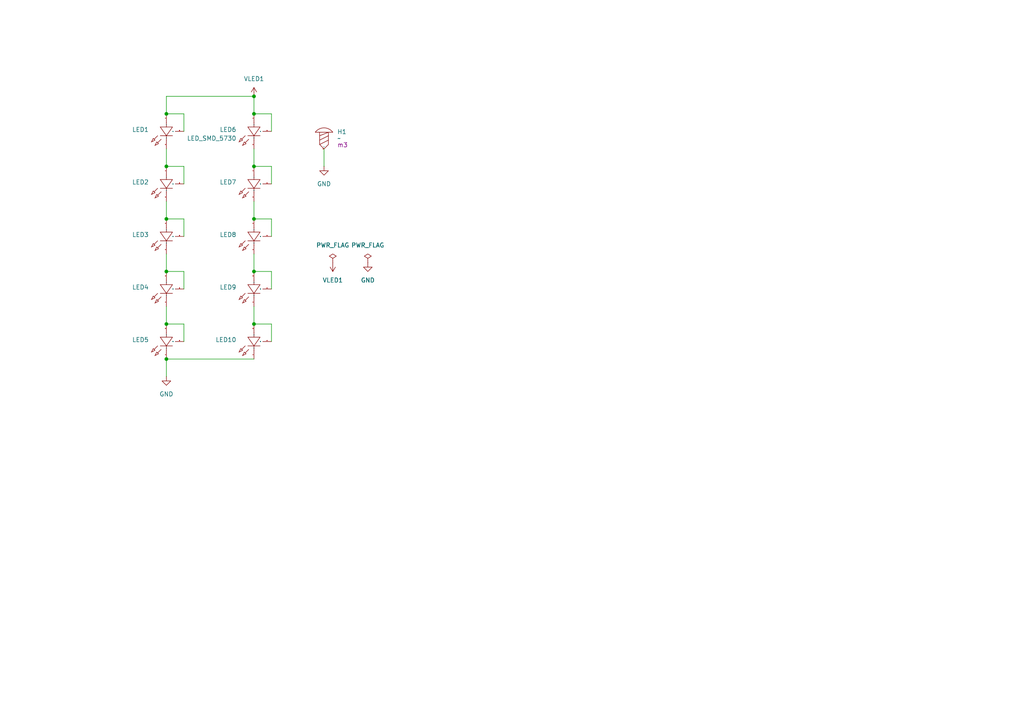
<source format=kicad_sch>
(kicad_sch
	(version 20231120)
	(generator "eeschema")
	(generator_version "8.0")
	(uuid "0f501cdf-739c-4a82-90c0-986d93085286")
	(paper "A4")
	(lib_symbols
		(symbol "jlc_library:GND"
			(power)
			(pin_numbers hide)
			(pin_names
				(offset 0) hide)
			(exclude_from_sim no)
			(in_bom yes)
			(on_board yes)
			(property "Reference" "#PWR"
				(at 0 -6.35 0)
				(effects
					(font
						(size 1.27 1.27)
					)
					(hide yes)
				)
			)
			(property "Value" "GND"
				(at 0 -3.81 0)
				(effects
					(font
						(size 1.27 1.27)
					)
				)
			)
			(property "Footprint" ""
				(at 0 0 0)
				(effects
					(font
						(size 1.27 1.27)
					)
					(hide yes)
				)
			)
			(property "Datasheet" ""
				(at 0 0 0)
				(effects
					(font
						(size 1.27 1.27)
					)
					(hide yes)
				)
			)
			(property "Description" "Power symbol creates a global label with name \"GND\" , ground"
				(at 0 0 0)
				(effects
					(font
						(size 1.27 1.27)
					)
					(hide yes)
				)
			)
			(property "ki_keywords" "global power"
				(at 0 0 0)
				(effects
					(font
						(size 1.27 1.27)
					)
					(hide yes)
				)
			)
			(symbol "GND_0_1"
				(polyline
					(pts
						(xy 0 0) (xy 0 -1.27) (xy 1.27 -1.27) (xy 0 -2.54) (xy -1.27 -1.27) (xy 0 -1.27)
					)
					(stroke
						(width 0)
						(type default)
					)
					(fill
						(type none)
					)
				)
			)
			(symbol "GND_1_1"
				(pin power_in line
					(at 0 0 270)
					(length 0)
					(name "~"
						(effects
							(font
								(size 1.27 1.27)
							)
						)
					)
					(number "1"
						(effects
							(font
								(size 1.27 1.27)
							)
						)
					)
				)
			)
		)
		(symbol "jlc_library:LED_SMD_5730"
			(exclude_from_sim no)
			(in_bom yes)
			(on_board yes)
			(property "Reference" "LED"
				(at -7.62 0 90)
				(effects
					(font
						(size 1.27 1.27)
					)
				)
			)
			(property "Value" "LED_SMD_5730"
				(at -10.16 0 90)
				(effects
					(font
						(size 1.27 1.27)
					)
				)
			)
			(property "Footprint" "jlc_library:LED-SMD_3P-L5.7-W3.0-RD"
				(at 0 0 0)
				(effects
					(font
						(size 1.27 1.27)
					)
					(hide yes)
				)
			)
			(property "Datasheet" "https://atta.szlcsc.com/upload/public/pdf/source/20221102/923594B63BD34E8AE3604B617778FCC6.pdf"
				(at 0 0 0)
				(effects
					(font
						(size 1.27 1.27)
					)
					(hide yes)
				)
			)
			(property "Description" "发光颜色:白色;功率:500mW;正向电流:150mA;透镜颜色:黄色透镜;色温:3000K~3200K;发光角度:120°;载带方式:正贴;工作温度:-30°C~+80°C;"
				(at 0 0 0)
				(effects
					(font
						(size 1.27 1.27)
					)
					(hide yes)
				)
			)
			(property "Manufacturer Part" "XL-5730WWC-05"
				(at 0 0 90)
				(effects
					(font
						(size 1.27 1.27)
					)
					(hide yes)
				)
			)
			(property "Manufacturer" "XINGLIGHT(成兴光)"
				(at 0 0 90)
				(effects
					(font
						(size 1.27 1.27)
					)
					(hide yes)
				)
			)
			(property "Supplier Part" "C2843886"
				(at 0 0 90)
				(effects
					(font
						(size 1.27 1.27)
					)
					(hide yes)
				)
			)
			(property "Supplier" "LCSC"
				(at 0 0 90)
				(effects
					(font
						(size 1.27 1.27)
					)
					(hide yes)
				)
			)
			(property "LCSC Part Name" "XL-5730WWC-05"
				(at 0 0 90)
				(effects
					(font
						(size 1.27 1.27)
					)
					(hide yes)
				)
			)
			(symbol "LED_SMD_5730_1_0"
				(polyline
					(pts
						(xy -2.54 -1.27) (xy -3.556 -2.286)
					)
					(stroke
						(width 0)
						(type default)
					)
					(fill
						(type none)
					)
				)
				(polyline
					(pts
						(xy -1.778 -1.27) (xy 1.778 -1.27)
					)
					(stroke
						(width 0)
						(type default)
					)
					(fill
						(type none)
					)
				)
				(polyline
					(pts
						(xy -1.524 -2.286) (xy -2.54 -3.302)
					)
					(stroke
						(width 0)
						(type default)
					)
					(fill
						(type none)
					)
				)
				(polyline
					(pts
						(xy 0 -1.27) (xy 0 -2.54)
					)
					(stroke
						(width 0)
						(type default)
					)
					(fill
						(type none)
					)
				)
				(polyline
					(pts
						(xy 0 2.54) (xy 0 1.27)
					)
					(stroke
						(width 0)
						(type default)
					)
					(fill
						(type none)
					)
				)
				(polyline
					(pts
						(xy -4.318 -3.048) (xy -3.81 -2.032) (xy -3.81 -2.032) (xy -3.302 -2.54) (xy -3.302 -2.54) (xy -4.318 -3.048)
					)
					(stroke
						(width 0)
						(type default)
					)
					(fill
						(type none)
					)
				)
				(polyline
					(pts
						(xy -3.302 -4.064) (xy -2.794 -3.048) (xy -2.794 -3.048) (xy -2.286 -3.556) (xy -2.286 -3.556)
						(xy -3.302 -4.064)
					)
					(stroke
						(width 0)
						(type default)
					)
					(fill
						(type none)
					)
				)
				(polyline
					(pts
						(xy -1.778 1.27) (xy 0 -1.27) (xy 0 -1.27) (xy 1.778 1.27) (xy 1.778 1.27) (xy -1.778 1.27)
					)
					(stroke
						(width 0)
						(type default)
					)
					(fill
						(type none)
					)
				)
				(pin passive line
					(at 0 -5.08 90)
					(length 2.54)
					(name "K"
						(effects
							(font
								(size 0.0254 0.0254)
							)
						)
					)
					(number "1"
						(effects
							(font
								(size 0.0254 0.0254)
							)
						)
					)
				)
				(pin passive line
					(at 0 5.08 270)
					(length 2.54)
					(name "A"
						(effects
							(font
								(size 0.0254 0.0254)
							)
						)
					)
					(number "2"
						(effects
							(font
								(size 0.0254 0.0254)
							)
						)
					)
				)
				(pin passive line
					(at 5.08 0 180)
					(length 2.54)
					(name "NC"
						(effects
							(font
								(size 0.0254 0.0254)
							)
						)
					)
					(number "3"
						(effects
							(font
								(size 0.0254 0.0254)
							)
						)
					)
				)
			)
		)
		(symbol "jlc_library:M3"
			(exclude_from_sim no)
			(in_bom yes)
			(on_board yes)
			(property "Reference" "H"
				(at 0 0 0)
				(effects
					(font
						(size 1.27 1.27)
					)
				)
			)
			(property "Value" ""
				(at 0 0 0)
				(effects
					(font
						(size 1.27 1.27)
					)
				)
			)
			(property "Footprint" "jlc_library:M3"
				(at 0 0 0)
				(effects
					(font
						(size 1.27 1.27)
					)
					(hide yes)
				)
			)
			(property "Datasheet" ""
				(at 0 0 0)
				(effects
					(font
						(size 1.27 1.27)
					)
					(hide yes)
				)
			)
			(property "Description" "M3螺丝孔"
				(at 0 0 0)
				(effects
					(font
						(size 1.27 1.27)
					)
					(hide yes)
				)
			)
			(property "孔径" "m3"
				(at 0 0 0)
				(effects
					(font
						(size 1.27 1.27)
					)
				)
			)
			(symbol "M3_1_0"
				(polyline
					(pts
						(xy 1.27 2.54) (xy -1.27 1.27)
					)
					(stroke
						(width 0)
						(type default)
					)
					(fill
						(type none)
					)
				)
				(polyline
					(pts
						(xy 1.27 3.81) (xy -1.27 2.54)
					)
					(stroke
						(width 0)
						(type default)
					)
					(fill
						(type none)
					)
				)
				(polyline
					(pts
						(xy 1.27 4.826) (xy -1.27 3.81)
					)
					(stroke
						(width 0)
						(type default)
					)
					(fill
						(type none)
					)
				)
				(polyline
					(pts
						(xy 2.54 4.826) (xy -2.54 4.826)
					)
					(stroke
						(width 0)
						(type default)
					)
					(fill
						(type none)
					)
				)
				(polyline
					(pts
						(xy 1.27 4.826) (xy 1.27 1.27) (xy 0 0) (xy -1.27 1.27) (xy -1.27 4.826)
					)
					(stroke
						(width 0)
						(type default)
					)
					(fill
						(type none)
					)
				)
				(arc
					(start 2.54 4.826)
					(mid 0 6.096)
					(end -2.54 4.826)
					(stroke
						(width 0)
						(type default)
					)
					(fill
						(type none)
					)
				)
				(pin passive line
					(at 0 0 90)
					(length 0)
					(name "1"
						(effects
							(font
								(size 0.0254 0.0254)
							)
						)
					)
					(number "1"
						(effects
							(font
								(size 0.0254 0.0254)
							)
						)
					)
				)
			)
		)
		(symbol "jlc_library:PWR_FLAG"
			(power)
			(pin_numbers hide)
			(pin_names
				(offset 0) hide)
			(exclude_from_sim no)
			(in_bom yes)
			(on_board yes)
			(property "Reference" "#FLG"
				(at 0 1.905 0)
				(effects
					(font
						(size 1.27 1.27)
					)
					(hide yes)
				)
			)
			(property "Value" "PWR_FLAG"
				(at 0 5.08 0)
				(effects
					(font
						(size 1.27 1.27)
					)
				)
			)
			(property "Footprint" ""
				(at 0 0 0)
				(effects
					(font
						(size 1.27 1.27)
					)
					(hide yes)
				)
			)
			(property "Datasheet" "~"
				(at 0 0 0)
				(effects
					(font
						(size 1.27 1.27)
					)
					(hide yes)
				)
			)
			(property "Description" "Special symbol for telling ERC where power comes from"
				(at 0 0 0)
				(effects
					(font
						(size 1.27 1.27)
					)
					(hide yes)
				)
			)
			(property "ki_keywords" "flag power"
				(at 0 0 0)
				(effects
					(font
						(size 1.27 1.27)
					)
					(hide yes)
				)
			)
			(symbol "PWR_FLAG_0_0"
				(pin power_out line
					(at 0 0 90)
					(length 0)
					(name "~"
						(effects
							(font
								(size 1.27 1.27)
							)
						)
					)
					(number "1"
						(effects
							(font
								(size 1.27 1.27)
							)
						)
					)
				)
			)
			(symbol "PWR_FLAG_0_1"
				(polyline
					(pts
						(xy 0 0) (xy 0 1.27) (xy -1.016 1.905) (xy 0 2.54) (xy 1.016 1.905) (xy 0 1.27)
					)
					(stroke
						(width 0)
						(type default)
					)
					(fill
						(type none)
					)
				)
			)
		)
		(symbol "jlc_library:VCC"
			(power)
			(pin_numbers hide)
			(pin_names
				(offset 0) hide)
			(exclude_from_sim no)
			(in_bom yes)
			(on_board yes)
			(property "Reference" "#PWR"
				(at 0 -3.81 0)
				(effects
					(font
						(size 1.27 1.27)
					)
					(hide yes)
				)
			)
			(property "Value" "VCC"
				(at 0 3.556 0)
				(effects
					(font
						(size 1.27 1.27)
					)
				)
			)
			(property "Footprint" ""
				(at 0 0 0)
				(effects
					(font
						(size 1.27 1.27)
					)
					(hide yes)
				)
			)
			(property "Datasheet" ""
				(at 0 0 0)
				(effects
					(font
						(size 1.27 1.27)
					)
					(hide yes)
				)
			)
			(property "Description" "Power symbol creates a global label with name \"+3.3V\""
				(at 0 0 0)
				(effects
					(font
						(size 1.27 1.27)
					)
					(hide yes)
				)
			)
			(property "ki_keywords" "global power"
				(at 0 0 0)
				(effects
					(font
						(size 1.27 1.27)
					)
					(hide yes)
				)
			)
			(symbol "VCC_0_1"
				(polyline
					(pts
						(xy -0.762 1.27) (xy 0 2.54)
					)
					(stroke
						(width 0)
						(type default)
					)
					(fill
						(type none)
					)
				)
				(polyline
					(pts
						(xy 0 0) (xy 0 2.54)
					)
					(stroke
						(width 0)
						(type default)
					)
					(fill
						(type none)
					)
				)
				(polyline
					(pts
						(xy 0 2.54) (xy 0.762 1.27)
					)
					(stroke
						(width 0)
						(type default)
					)
					(fill
						(type none)
					)
				)
			)
			(symbol "VCC_1_1"
				(pin power_in line
					(at 0 0 90)
					(length 0)
					(name "~"
						(effects
							(font
								(size 1.27 1.27)
							)
						)
					)
					(number "1"
						(effects
							(font
								(size 1.27 1.27)
							)
						)
					)
				)
			)
		)
	)
	(junction
		(at 48.26 48.26)
		(diameter 0)
		(color 0 0 0 0)
		(uuid "02e3659f-7221-4763-8dec-f8f2d834df29")
	)
	(junction
		(at 73.66 27.94)
		(diameter 0)
		(color 0 0 0 0)
		(uuid "18620902-be96-4a51-a98d-b2ac7f475415")
	)
	(junction
		(at 48.26 104.14)
		(diameter 0)
		(color 0 0 0 0)
		(uuid "3671e749-ba48-4420-aa71-83fbfd636553")
	)
	(junction
		(at 73.66 63.5)
		(diameter 0)
		(color 0 0 0 0)
		(uuid "71378b71-6624-49a8-aa40-1b095aab2570")
	)
	(junction
		(at 48.26 63.5)
		(diameter 0)
		(color 0 0 0 0)
		(uuid "786e3fec-726f-418e-bd46-2aeb6d35657c")
	)
	(junction
		(at 73.66 78.74)
		(diameter 0)
		(color 0 0 0 0)
		(uuid "8605a379-a6b1-47fd-9f0e-c84b4e3429b5")
	)
	(junction
		(at 73.66 93.98)
		(diameter 0)
		(color 0 0 0 0)
		(uuid "8a59c0f5-8a60-4569-b860-08820eab0d3f")
	)
	(junction
		(at 73.66 48.26)
		(diameter 0)
		(color 0 0 0 0)
		(uuid "94f0e632-186b-4e1c-af6a-fa9cdac2b00f")
	)
	(junction
		(at 48.26 78.74)
		(diameter 0)
		(color 0 0 0 0)
		(uuid "ac27046f-9d46-4ccd-8c74-94a5fcacf1a9")
	)
	(junction
		(at 73.66 33.02)
		(diameter 0)
		(color 0 0 0 0)
		(uuid "ad7c72a7-d209-4df4-87a9-3b2a20bb635a")
	)
	(junction
		(at 48.26 33.02)
		(diameter 0)
		(color 0 0 0 0)
		(uuid "dc7b02c8-9db6-4243-a504-bcfbc497a0ff")
	)
	(junction
		(at 48.26 93.98)
		(diameter 0)
		(color 0 0 0 0)
		(uuid "f0b86ecf-508e-40cb-8fad-124d034aaa1c")
	)
	(wire
		(pts
			(xy 73.66 104.14) (xy 48.26 104.14)
		)
		(stroke
			(width 0)
			(type default)
		)
		(uuid "0ff3226b-64c6-477c-9225-176799b97d2b")
	)
	(wire
		(pts
			(xy 48.26 88.9) (xy 48.26 93.98)
		)
		(stroke
			(width 0)
			(type default)
		)
		(uuid "118fa0c0-92bb-4af9-9f05-b88448f6f805")
	)
	(wire
		(pts
			(xy 73.66 27.94) (xy 48.26 27.94)
		)
		(stroke
			(width 0)
			(type default)
		)
		(uuid "1359b85c-ebc7-40e7-b656-653081efad65")
	)
	(wire
		(pts
			(xy 73.66 88.9) (xy 73.66 93.98)
		)
		(stroke
			(width 0)
			(type default)
		)
		(uuid "1fdcda64-39d5-403c-b2af-54786d49e294")
	)
	(wire
		(pts
			(xy 53.34 53.34) (xy 53.34 48.26)
		)
		(stroke
			(width 0)
			(type default)
		)
		(uuid "2a1233cc-83c6-4965-b83b-9e14a385e7c5")
	)
	(wire
		(pts
			(xy 78.74 93.98) (xy 73.66 93.98)
		)
		(stroke
			(width 0)
			(type default)
		)
		(uuid "2b6573ec-4a8f-413d-86a1-2ce704921944")
	)
	(wire
		(pts
			(xy 78.74 68.58) (xy 78.74 63.5)
		)
		(stroke
			(width 0)
			(type default)
		)
		(uuid "37353587-977d-4d92-8874-ce7cf0ea31fa")
	)
	(wire
		(pts
			(xy 53.34 68.58) (xy 53.34 63.5)
		)
		(stroke
			(width 0)
			(type default)
		)
		(uuid "394bac6c-b9e7-44b4-a986-677e47a79108")
	)
	(wire
		(pts
			(xy 73.66 43.18) (xy 73.66 48.26)
		)
		(stroke
			(width 0)
			(type default)
		)
		(uuid "3e0c5c03-4b69-4e82-a385-c4681c78948a")
	)
	(wire
		(pts
			(xy 53.34 83.82) (xy 53.34 78.74)
		)
		(stroke
			(width 0)
			(type default)
		)
		(uuid "4f6353f7-3c6b-4250-b0e7-bf24f362a475")
	)
	(wire
		(pts
			(xy 78.74 33.02) (xy 73.66 33.02)
		)
		(stroke
			(width 0)
			(type default)
		)
		(uuid "5c2c647c-5b2b-46ce-8756-efc7fcd27579")
	)
	(wire
		(pts
			(xy 78.74 63.5) (xy 73.66 63.5)
		)
		(stroke
			(width 0)
			(type default)
		)
		(uuid "7a1dd9de-da91-41f3-b4df-34a2948bd095")
	)
	(wire
		(pts
			(xy 78.74 83.82) (xy 78.74 78.74)
		)
		(stroke
			(width 0)
			(type default)
		)
		(uuid "8116f64d-32f0-4c82-b2ba-79d8eb8c1619")
	)
	(wire
		(pts
			(xy 78.74 99.06) (xy 78.74 93.98)
		)
		(stroke
			(width 0)
			(type default)
		)
		(uuid "83b01e9e-8e8c-466c-b4ae-1cc3d5079fc6")
	)
	(wire
		(pts
			(xy 53.34 78.74) (xy 48.26 78.74)
		)
		(stroke
			(width 0)
			(type default)
		)
		(uuid "8554bb92-772f-41b3-b499-ada2a588d143")
	)
	(wire
		(pts
			(xy 78.74 38.1) (xy 78.74 33.02)
		)
		(stroke
			(width 0)
			(type default)
		)
		(uuid "8bd8dec9-de7f-4ec0-a21e-08e41677e6b2")
	)
	(wire
		(pts
			(xy 73.66 58.42) (xy 73.66 63.5)
		)
		(stroke
			(width 0)
			(type default)
		)
		(uuid "8fc141fa-35bf-4e98-911a-74cc3a878b13")
	)
	(wire
		(pts
			(xy 73.66 27.94) (xy 73.66 33.02)
		)
		(stroke
			(width 0)
			(type default)
		)
		(uuid "931ff6b7-25c3-4c61-8159-51a865c5ed0d")
	)
	(wire
		(pts
			(xy 53.34 99.06) (xy 53.34 93.98)
		)
		(stroke
			(width 0)
			(type default)
		)
		(uuid "96d74897-be55-417b-9dec-f3cc3cb166d5")
	)
	(wire
		(pts
			(xy 73.66 73.66) (xy 73.66 78.74)
		)
		(stroke
			(width 0)
			(type default)
		)
		(uuid "9bde7af0-535e-4956-bef1-2bfaddec362e")
	)
	(wire
		(pts
			(xy 78.74 78.74) (xy 73.66 78.74)
		)
		(stroke
			(width 0)
			(type default)
		)
		(uuid "9d1bc178-b150-4b69-b9be-eaf3c8233e9a")
	)
	(wire
		(pts
			(xy 53.34 48.26) (xy 48.26 48.26)
		)
		(stroke
			(width 0)
			(type default)
		)
		(uuid "ae35de00-74d0-452e-a94d-1f85c2dcef9e")
	)
	(wire
		(pts
			(xy 53.34 93.98) (xy 48.26 93.98)
		)
		(stroke
			(width 0)
			(type default)
		)
		(uuid "b5737e21-49b2-4540-8307-fa7f88fb0ee8")
	)
	(wire
		(pts
			(xy 48.26 27.94) (xy 48.26 33.02)
		)
		(stroke
			(width 0)
			(type default)
		)
		(uuid "c063be92-5350-45be-ae09-d89979512f6e")
	)
	(wire
		(pts
			(xy 78.74 48.26) (xy 73.66 48.26)
		)
		(stroke
			(width 0)
			(type default)
		)
		(uuid "cd833b47-9b4d-470d-acea-45fb12e44da1")
	)
	(wire
		(pts
			(xy 78.74 53.34) (xy 78.74 48.26)
		)
		(stroke
			(width 0)
			(type default)
		)
		(uuid "d066552a-4be0-4ea0-bdac-0e856d6b6983")
	)
	(wire
		(pts
			(xy 53.34 63.5) (xy 48.26 63.5)
		)
		(stroke
			(width 0)
			(type default)
		)
		(uuid "d7b82fa0-e481-4d97-9d43-845d84981582")
	)
	(wire
		(pts
			(xy 53.34 38.1) (xy 53.34 33.02)
		)
		(stroke
			(width 0)
			(type default)
		)
		(uuid "d9362637-469f-4e3b-895c-f95ab2ff0dbb")
	)
	(wire
		(pts
			(xy 93.98 43.18) (xy 93.98 48.26)
		)
		(stroke
			(width 0)
			(type default)
		)
		(uuid "dfab3606-7d92-4223-9680-36895fde8478")
	)
	(wire
		(pts
			(xy 48.26 43.18) (xy 48.26 48.26)
		)
		(stroke
			(width 0)
			(type default)
		)
		(uuid "dfc202cb-7b53-4ea2-9efe-25a6df521e87")
	)
	(wire
		(pts
			(xy 53.34 33.02) (xy 48.26 33.02)
		)
		(stroke
			(width 0)
			(type default)
		)
		(uuid "e861c7e3-b8c7-42a3-9df2-533ea7674f17")
	)
	(wire
		(pts
			(xy 48.26 104.14) (xy 48.26 109.22)
		)
		(stroke
			(width 0)
			(type default)
		)
		(uuid "f5461fa9-2c6d-484f-87cc-fb8316a02ca5")
	)
	(wire
		(pts
			(xy 48.26 73.66) (xy 48.26 78.74)
		)
		(stroke
			(width 0)
			(type default)
		)
		(uuid "f7a89e67-2bd2-4cba-b32e-1918c5e782d5")
	)
	(wire
		(pts
			(xy 48.26 58.42) (xy 48.26 63.5)
		)
		(stroke
			(width 0)
			(type default)
		)
		(uuid "fcf59a5c-d739-4fe4-8f0e-e42aec6a0a94")
	)
	(symbol
		(lib_id "jlc_library:LED_SMD_5730")
		(at 48.26 68.58 0)
		(unit 1)
		(exclude_from_sim no)
		(in_bom yes)
		(on_board yes)
		(dnp no)
		(fields_autoplaced yes)
		(uuid "0997e2c1-a572-45da-9e70-0ebe403b5e1d")
		(property "Reference" "LED3"
			(at 43.18 68.0719 0)
			(effects
				(font
					(size 1.27 1.27)
				)
				(justify right)
			)
		)
		(property "Value" "LED_SMD_5730"
			(at 43.18 70.6119 0)
			(effects
				(font
					(size 1.27 1.27)
				)
				(justify right)
				(hide yes)
			)
		)
		(property "Footprint" "jlc_library:LED-SMD_3P-L5.7-W3.0-RD"
			(at 48.26 68.58 0)
			(effects
				(font
					(size 1.27 1.27)
				)
				(hide yes)
			)
		)
		(property "Datasheet" "https://atta.szlcsc.com/upload/public/pdf/source/20221102/923594B63BD34E8AE3604B617778FCC6.pdf"
			(at 48.26 68.58 0)
			(effects
				(font
					(size 1.27 1.27)
				)
				(hide yes)
			)
		)
		(property "Description" "发光颜色:白色;功率:500mW;正向电流:150mA;透镜颜色:黄色透镜;色温:3000K~3200K;发光角度:120°;载带方式:正贴;工作温度:-30°C~+80°C;"
			(at 48.26 68.58 0)
			(effects
				(font
					(size 1.27 1.27)
				)
				(hide yes)
			)
		)
		(property "Manufacturer Part" "XL-5730WWC-05"
			(at 48.26 68.58 90)
			(effects
				(font
					(size 1.27 1.27)
				)
				(hide yes)
			)
		)
		(property "Manufacturer" "XINGLIGHT(成兴光)"
			(at 48.26 68.58 90)
			(effects
				(font
					(size 1.27 1.27)
				)
				(hide yes)
			)
		)
		(property "Supplier Part" "C2843886"
			(at 48.26 68.58 90)
			(effects
				(font
					(size 1.27 1.27)
				)
				(hide yes)
			)
		)
		(property "Supplier" "LCSC"
			(at 48.26 68.58 90)
			(effects
				(font
					(size 1.27 1.27)
				)
				(hide yes)
			)
		)
		(property "LCSC Part Name" "XL-5730WWC-05"
			(at 48.26 68.58 90)
			(effects
				(font
					(size 1.27 1.27)
				)
				(hide yes)
			)
		)
		(property "jlc_bom" ""
			(at 48.26 68.58 0)
			(effects
				(font
					(size 1.27 1.27)
				)
				(hide yes)
			)
		)
		(pin "1"
			(uuid "68a43eff-7d25-4d34-a221-131122ac12dc")
		)
		(pin "3"
			(uuid "22b469b5-69a8-4889-b10c-5ad3ad8c1482")
		)
		(pin "2"
			(uuid "8f671c47-e4c2-421f-94cc-e6219685d2d6")
		)
		(instances
			(project "LED_SMT_5730_5S2P_5W"
				(path "/0f501cdf-739c-4a82-90c0-986d93085286"
					(reference "LED3")
					(unit 1)
				)
			)
		)
	)
	(symbol
		(lib_id "jlc_library:PWR_FLAG")
		(at 96.52 76.2 0)
		(unit 1)
		(exclude_from_sim no)
		(in_bom yes)
		(on_board yes)
		(dnp no)
		(fields_autoplaced yes)
		(uuid "3b064393-fdcc-4683-8571-9c7cc22a793d")
		(property "Reference" "#FLG01"
			(at 96.52 74.295 0)
			(effects
				(font
					(size 1.27 1.27)
				)
				(hide yes)
			)
		)
		(property "Value" "PWR_FLAG"
			(at 96.52 71.12 0)
			(effects
				(font
					(size 1.27 1.27)
				)
			)
		)
		(property "Footprint" ""
			(at 96.52 76.2 0)
			(effects
				(font
					(size 1.27 1.27)
				)
				(hide yes)
			)
		)
		(property "Datasheet" "~"
			(at 96.52 76.2 0)
			(effects
				(font
					(size 1.27 1.27)
				)
				(hide yes)
			)
		)
		(property "Description" "Special symbol for telling ERC where power comes from"
			(at 96.52 76.2 0)
			(effects
				(font
					(size 1.27 1.27)
				)
				(hide yes)
			)
		)
		(pin "1"
			(uuid "f9cf89db-ea75-422f-b243-eaae61c726b8")
		)
		(instances
			(project ""
				(path "/0f501cdf-739c-4a82-90c0-986d93085286"
					(reference "#FLG01")
					(unit 1)
				)
			)
		)
	)
	(symbol
		(lib_id "jlc_library:M3")
		(at 93.98 43.18 0)
		(unit 1)
		(exclude_from_sim no)
		(in_bom yes)
		(on_board yes)
		(dnp no)
		(fields_autoplaced yes)
		(uuid "5030bfb4-9256-4820-b6b8-d947992df889")
		(property "Reference" "H1"
			(at 97.79 38.2269 0)
			(effects
				(font
					(size 1.27 1.27)
				)
				(justify left)
			)
		)
		(property "Value" "~"
			(at 97.79 40.132 0)
			(effects
				(font
					(size 1.27 1.27)
				)
				(justify left)
			)
		)
		(property "Footprint" "jlc_library:M3"
			(at 93.98 43.18 0)
			(effects
				(font
					(size 1.27 1.27)
				)
				(hide yes)
			)
		)
		(property "Datasheet" ""
			(at 93.98 43.18 0)
			(effects
				(font
					(size 1.27 1.27)
				)
				(hide yes)
			)
		)
		(property "Description" "M3螺丝孔"
			(at 93.98 43.18 0)
			(effects
				(font
					(size 1.27 1.27)
				)
				(hide yes)
			)
		)
		(property "孔径" "m3"
			(at 97.79 42.0369 0)
			(effects
				(font
					(size 1.27 1.27)
				)
				(justify left)
			)
		)
		(property "jlc_bom" ""
			(at 93.98 43.18 0)
			(effects
				(font
					(size 1.27 1.27)
				)
				(hide yes)
			)
		)
		(pin "1"
			(uuid "27a3d1a7-6a5f-4d97-876b-64a27285f891")
		)
		(instances
			(project ""
				(path "/0f501cdf-739c-4a82-90c0-986d93085286"
					(reference "H1")
					(unit 1)
				)
			)
		)
	)
	(symbol
		(lib_id "jlc_library:VCC")
		(at 73.66 27.94 0)
		(unit 1)
		(exclude_from_sim no)
		(in_bom yes)
		(on_board yes)
		(dnp no)
		(uuid "542be889-a4b5-4d3d-a61d-ddfba5dd1042")
		(property "Reference" "#PWR02"
			(at 73.66 31.75 0)
			(effects
				(font
					(size 1.27 1.27)
				)
				(hide yes)
			)
		)
		(property "Value" "VLED1"
			(at 73.66 22.86 0)
			(effects
				(font
					(size 1.27 1.27)
				)
			)
		)
		(property "Footprint" ""
			(at 73.66 27.94 0)
			(effects
				(font
					(size 1.27 1.27)
				)
				(hide yes)
			)
		)
		(property "Datasheet" ""
			(at 73.66 27.94 0)
			(effects
				(font
					(size 1.27 1.27)
				)
				(hide yes)
			)
		)
		(property "Description" "Power symbol creates a global label with name \"+3.3V\""
			(at 73.66 27.94 0)
			(effects
				(font
					(size 1.27 1.27)
				)
				(hide yes)
			)
		)
		(pin "1"
			(uuid "e73e4c74-8c5a-4e47-bb2f-cf5c8647c9ca")
		)
		(instances
			(project "LED_SMT_5730_10S_5W"
				(path "/0f501cdf-739c-4a82-90c0-986d93085286"
					(reference "#PWR02")
					(unit 1)
				)
			)
		)
	)
	(symbol
		(lib_id "jlc_library:PWR_FLAG")
		(at 106.68 76.2 0)
		(unit 1)
		(exclude_from_sim no)
		(in_bom yes)
		(on_board yes)
		(dnp no)
		(fields_autoplaced yes)
		(uuid "5438afb1-5512-47b9-9ee0-bfc919aee57d")
		(property "Reference" "#FLG02"
			(at 106.68 74.295 0)
			(effects
				(font
					(size 1.27 1.27)
				)
				(hide yes)
			)
		)
		(property "Value" "PWR_FLAG"
			(at 106.68 71.12 0)
			(effects
				(font
					(size 1.27 1.27)
				)
			)
		)
		(property "Footprint" ""
			(at 106.68 76.2 0)
			(effects
				(font
					(size 1.27 1.27)
				)
				(hide yes)
			)
		)
		(property "Datasheet" "~"
			(at 106.68 76.2 0)
			(effects
				(font
					(size 1.27 1.27)
				)
				(hide yes)
			)
		)
		(property "Description" "Special symbol for telling ERC where power comes from"
			(at 106.68 76.2 0)
			(effects
				(font
					(size 1.27 1.27)
				)
				(hide yes)
			)
		)
		(pin "1"
			(uuid "b461a10e-d810-47f6-9ae9-d5f94eb11e8d")
		)
		(instances
			(project "LED_SMT_5730_10S_5W"
				(path "/0f501cdf-739c-4a82-90c0-986d93085286"
					(reference "#FLG02")
					(unit 1)
				)
			)
		)
	)
	(symbol
		(lib_id "jlc_library:GND")
		(at 106.68 76.2 0)
		(unit 1)
		(exclude_from_sim no)
		(in_bom yes)
		(on_board yes)
		(dnp no)
		(fields_autoplaced yes)
		(uuid "5819ba9d-316d-4027-a6c7-d35d83fc35a9")
		(property "Reference" "#PWR04"
			(at 106.68 82.55 0)
			(effects
				(font
					(size 1.27 1.27)
				)
				(hide yes)
			)
		)
		(property "Value" "GND"
			(at 106.68 81.28 0)
			(effects
				(font
					(size 1.27 1.27)
				)
			)
		)
		(property "Footprint" ""
			(at 106.68 76.2 0)
			(effects
				(font
					(size 1.27 1.27)
				)
				(hide yes)
			)
		)
		(property "Datasheet" ""
			(at 106.68 76.2 0)
			(effects
				(font
					(size 1.27 1.27)
				)
				(hide yes)
			)
		)
		(property "Description" "Power symbol creates a global label with name \"GND\" , ground"
			(at 106.68 76.2 0)
			(effects
				(font
					(size 1.27 1.27)
				)
				(hide yes)
			)
		)
		(pin "1"
			(uuid "f9592b52-3b74-47ac-a415-8eab5ffabdf1")
		)
		(instances
			(project "LED_SMT_5730_10S_5W"
				(path "/0f501cdf-739c-4a82-90c0-986d93085286"
					(reference "#PWR04")
					(unit 1)
				)
			)
		)
	)
	(symbol
		(lib_id "jlc_library:LED_SMD_5730")
		(at 48.26 83.82 0)
		(unit 1)
		(exclude_from_sim no)
		(in_bom yes)
		(on_board yes)
		(dnp no)
		(fields_autoplaced yes)
		(uuid "63d45670-c1b4-48d1-8c06-0b50adbe62e6")
		(property "Reference" "LED4"
			(at 43.18 83.3119 0)
			(effects
				(font
					(size 1.27 1.27)
				)
				(justify right)
			)
		)
		(property "Value" "LED_SMD_5730"
			(at 43.18 85.8519 0)
			(effects
				(font
					(size 1.27 1.27)
				)
				(justify right)
				(hide yes)
			)
		)
		(property "Footprint" "jlc_library:LED-SMD_3P-L5.7-W3.0-RD"
			(at 48.26 83.82 0)
			(effects
				(font
					(size 1.27 1.27)
				)
				(hide yes)
			)
		)
		(property "Datasheet" "https://atta.szlcsc.com/upload/public/pdf/source/20221102/923594B63BD34E8AE3604B617778FCC6.pdf"
			(at 48.26 83.82 0)
			(effects
				(font
					(size 1.27 1.27)
				)
				(hide yes)
			)
		)
		(property "Description" "发光颜色:白色;功率:500mW;正向电流:150mA;透镜颜色:黄色透镜;色温:3000K~3200K;发光角度:120°;载带方式:正贴;工作温度:-30°C~+80°C;"
			(at 48.26 83.82 0)
			(effects
				(font
					(size 1.27 1.27)
				)
				(hide yes)
			)
		)
		(property "Manufacturer Part" "XL-5730WWC-05"
			(at 48.26 83.82 90)
			(effects
				(font
					(size 1.27 1.27)
				)
				(hide yes)
			)
		)
		(property "Manufacturer" "XINGLIGHT(成兴光)"
			(at 48.26 83.82 90)
			(effects
				(font
					(size 1.27 1.27)
				)
				(hide yes)
			)
		)
		(property "Supplier Part" "C2843886"
			(at 48.26 83.82 90)
			(effects
				(font
					(size 1.27 1.27)
				)
				(hide yes)
			)
		)
		(property "Supplier" "LCSC"
			(at 48.26 83.82 90)
			(effects
				(font
					(size 1.27 1.27)
				)
				(hide yes)
			)
		)
		(property "LCSC Part Name" "XL-5730WWC-05"
			(at 48.26 83.82 90)
			(effects
				(font
					(size 1.27 1.27)
				)
				(hide yes)
			)
		)
		(property "jlc_bom" ""
			(at 48.26 83.82 0)
			(effects
				(font
					(size 1.27 1.27)
				)
				(hide yes)
			)
		)
		(pin "1"
			(uuid "02ae3a18-008a-4f14-af8c-53a545eaf9b7")
		)
		(pin "3"
			(uuid "bd79bc29-9f45-45f8-afc3-d88ad5e6fcc4")
		)
		(pin "2"
			(uuid "ee23efc2-14b7-4127-9fd8-0fc18df22686")
		)
		(instances
			(project "LED_SMT_5730_5S2P_5W"
				(path "/0f501cdf-739c-4a82-90c0-986d93085286"
					(reference "LED4")
					(unit 1)
				)
			)
		)
	)
	(symbol
		(lib_id "jlc_library:LED_SMD_5730")
		(at 73.66 83.82 0)
		(unit 1)
		(exclude_from_sim no)
		(in_bom yes)
		(on_board yes)
		(dnp no)
		(fields_autoplaced yes)
		(uuid "667e846c-675c-4875-9cd4-4d610ace9062")
		(property "Reference" "LED9"
			(at 68.58 83.3119 0)
			(effects
				(font
					(size 1.27 1.27)
				)
				(justify right)
			)
		)
		(property "Value" "LED_SMD_5730"
			(at 68.58 85.8519 0)
			(effects
				(font
					(size 1.27 1.27)
				)
				(justify right)
				(hide yes)
			)
		)
		(property "Footprint" "jlc_library:LED-SMD_3P-L5.7-W3.0-RD"
			(at 73.66 83.82 0)
			(effects
				(font
					(size 1.27 1.27)
				)
				(hide yes)
			)
		)
		(property "Datasheet" "https://atta.szlcsc.com/upload/public/pdf/source/20221102/923594B63BD34E8AE3604B617778FCC6.pdf"
			(at 73.66 83.82 0)
			(effects
				(font
					(size 1.27 1.27)
				)
				(hide yes)
			)
		)
		(property "Description" "发光颜色:白色;功率:500mW;正向电流:150mA;透镜颜色:黄色透镜;色温:3000K~3200K;发光角度:120°;载带方式:正贴;工作温度:-30°C~+80°C;"
			(at 73.66 83.82 0)
			(effects
				(font
					(size 1.27 1.27)
				)
				(hide yes)
			)
		)
		(property "Manufacturer Part" "XL-5730WWC-05"
			(at 73.66 83.82 90)
			(effects
				(font
					(size 1.27 1.27)
				)
				(hide yes)
			)
		)
		(property "Manufacturer" "XINGLIGHT(成兴光)"
			(at 73.66 83.82 90)
			(effects
				(font
					(size 1.27 1.27)
				)
				(hide yes)
			)
		)
		(property "Supplier Part" "C2843886"
			(at 73.66 83.82 90)
			(effects
				(font
					(size 1.27 1.27)
				)
				(hide yes)
			)
		)
		(property "Supplier" "LCSC"
			(at 73.66 83.82 90)
			(effects
				(font
					(size 1.27 1.27)
				)
				(hide yes)
			)
		)
		(property "LCSC Part Name" "XL-5730WWC-05"
			(at 73.66 83.82 90)
			(effects
				(font
					(size 1.27 1.27)
				)
				(hide yes)
			)
		)
		(property "jlc_bom" ""
			(at 73.66 83.82 0)
			(effects
				(font
					(size 1.27 1.27)
				)
				(hide yes)
			)
		)
		(pin "1"
			(uuid "21f11e82-9d25-4612-a4aa-0bb9a7aeccbb")
		)
		(pin "3"
			(uuid "59092860-e543-44ce-8937-f8ecb9171e9a")
		)
		(pin "2"
			(uuid "0ef17d1a-8d2e-43a9-aae0-36f42d580e72")
		)
		(instances
			(project "LED_SMT_5730_15S2P_15W"
				(path "/0f501cdf-739c-4a82-90c0-986d93085286"
					(reference "LED9")
					(unit 1)
				)
			)
		)
	)
	(symbol
		(lib_id "jlc_library:VCC")
		(at 96.52 76.2 180)
		(unit 1)
		(exclude_from_sim no)
		(in_bom yes)
		(on_board yes)
		(dnp no)
		(uuid "690a962e-7b73-4d5f-815b-3bea67f96f45")
		(property "Reference" "#PWR05"
			(at 96.52 72.39 0)
			(effects
				(font
					(size 1.27 1.27)
				)
				(hide yes)
			)
		)
		(property "Value" "VLED1"
			(at 96.52 81.28 0)
			(effects
				(font
					(size 1.27 1.27)
				)
			)
		)
		(property "Footprint" ""
			(at 96.52 76.2 0)
			(effects
				(font
					(size 1.27 1.27)
				)
				(hide yes)
			)
		)
		(property "Datasheet" ""
			(at 96.52 76.2 0)
			(effects
				(font
					(size 1.27 1.27)
				)
				(hide yes)
			)
		)
		(property "Description" "Power symbol creates a global label with name \"+3.3V\""
			(at 96.52 76.2 0)
			(effects
				(font
					(size 1.27 1.27)
				)
				(hide yes)
			)
		)
		(pin "1"
			(uuid "4962af42-9c3f-4057-8ec5-ea347e00e8a4")
		)
		(instances
			(project "LED_SMT_5730_10S_5W"
				(path "/0f501cdf-739c-4a82-90c0-986d93085286"
					(reference "#PWR05")
					(unit 1)
				)
			)
		)
	)
	(symbol
		(lib_id "jlc_library:LED_SMD_5730")
		(at 73.66 38.1 0)
		(unit 1)
		(exclude_from_sim no)
		(in_bom yes)
		(on_board yes)
		(dnp no)
		(fields_autoplaced yes)
		(uuid "74fbad9c-5101-4a37-b598-9938d1ef4428")
		(property "Reference" "LED6"
			(at 68.58 37.5919 0)
			(effects
				(font
					(size 1.27 1.27)
				)
				(justify right)
			)
		)
		(property "Value" "LED_SMD_5730"
			(at 68.58 40.1319 0)
			(effects
				(font
					(size 1.27 1.27)
				)
				(justify right)
			)
		)
		(property "Footprint" "jlc_library:LED-SMD_3P-L5.7-W3.0-RD"
			(at 73.66 38.1 0)
			(effects
				(font
					(size 1.27 1.27)
				)
				(hide yes)
			)
		)
		(property "Datasheet" "https://atta.szlcsc.com/upload/public/pdf/source/20221102/923594B63BD34E8AE3604B617778FCC6.pdf"
			(at 73.66 38.1 0)
			(effects
				(font
					(size 1.27 1.27)
				)
				(hide yes)
			)
		)
		(property "Description" "发光颜色:白色;功率:500mW;正向电流:150mA;透镜颜色:黄色透镜;色温:3000K~3200K;发光角度:120°;载带方式:正贴;工作温度:-30°C~+80°C;"
			(at 73.66 38.1 0)
			(effects
				(font
					(size 1.27 1.27)
				)
				(hide yes)
			)
		)
		(property "Manufacturer Part" "XL-5730WWC-05"
			(at 73.66 38.1 90)
			(effects
				(font
					(size 1.27 1.27)
				)
				(hide yes)
			)
		)
		(property "Manufacturer" "XINGLIGHT(成兴光)"
			(at 73.66 38.1 90)
			(effects
				(font
					(size 1.27 1.27)
				)
				(hide yes)
			)
		)
		(property "Supplier Part" "C2843886"
			(at 73.66 38.1 90)
			(effects
				(font
					(size 1.27 1.27)
				)
				(hide yes)
			)
		)
		(property "Supplier" "LCSC"
			(at 73.66 38.1 90)
			(effects
				(font
					(size 1.27 1.27)
				)
				(hide yes)
			)
		)
		(property "LCSC Part Name" "XL-5730WWC-05"
			(at 73.66 38.1 90)
			(effects
				(font
					(size 1.27 1.27)
				)
				(hide yes)
			)
		)
		(property "jlc_bom" ""
			(at 73.66 38.1 0)
			(effects
				(font
					(size 1.27 1.27)
				)
				(hide yes)
			)
		)
		(pin "1"
			(uuid "93d790c5-d855-4705-be58-64a07493179e")
		)
		(pin "3"
			(uuid "5a889d19-bbda-42aa-a9fe-d7020560c60f")
		)
		(pin "2"
			(uuid "e0bbac04-3763-4059-acfd-61e46324d875")
		)
		(instances
			(project "LED_SMT_5730_15S2P_15W"
				(path "/0f501cdf-739c-4a82-90c0-986d93085286"
					(reference "LED6")
					(unit 1)
				)
			)
		)
	)
	(symbol
		(lib_id "jlc_library:LED_SMD_5730")
		(at 48.26 99.06 0)
		(unit 1)
		(exclude_from_sim no)
		(in_bom yes)
		(on_board yes)
		(dnp no)
		(fields_autoplaced yes)
		(uuid "8d9c8833-1f9b-42de-9eb6-5a06c52ce8e0")
		(property "Reference" "LED5"
			(at 43.18 98.5519 0)
			(effects
				(font
					(size 1.27 1.27)
				)
				(justify right)
			)
		)
		(property "Value" "LED_SMD_5730"
			(at 43.18 101.0919 0)
			(effects
				(font
					(size 1.27 1.27)
				)
				(justify right)
				(hide yes)
			)
		)
		(property "Footprint" "jlc_library:LED-SMD_3P-L5.7-W3.0-RD"
			(at 48.26 99.06 0)
			(effects
				(font
					(size 1.27 1.27)
				)
				(hide yes)
			)
		)
		(property "Datasheet" "https://atta.szlcsc.com/upload/public/pdf/source/20221102/923594B63BD34E8AE3604B617778FCC6.pdf"
			(at 48.26 99.06 0)
			(effects
				(font
					(size 1.27 1.27)
				)
				(hide yes)
			)
		)
		(property "Description" "发光颜色:白色;功率:500mW;正向电流:150mA;透镜颜色:黄色透镜;色温:3000K~3200K;发光角度:120°;载带方式:正贴;工作温度:-30°C~+80°C;"
			(at 48.26 99.06 0)
			(effects
				(font
					(size 1.27 1.27)
				)
				(hide yes)
			)
		)
		(property "Manufacturer Part" "XL-5730WWC-05"
			(at 48.26 99.06 90)
			(effects
				(font
					(size 1.27 1.27)
				)
				(hide yes)
			)
		)
		(property "Manufacturer" "XINGLIGHT(成兴光)"
			(at 48.26 99.06 90)
			(effects
				(font
					(size 1.27 1.27)
				)
				(hide yes)
			)
		)
		(property "Supplier Part" "C2843886"
			(at 48.26 99.06 90)
			(effects
				(font
					(size 1.27 1.27)
				)
				(hide yes)
			)
		)
		(property "Supplier" "LCSC"
			(at 48.26 99.06 90)
			(effects
				(font
					(size 1.27 1.27)
				)
				(hide yes)
			)
		)
		(property "LCSC Part Name" "XL-5730WWC-05"
			(at 48.26 99.06 90)
			(effects
				(font
					(size 1.27 1.27)
				)
				(hide yes)
			)
		)
		(property "jlc_bom" ""
			(at 48.26 99.06 0)
			(effects
				(font
					(size 1.27 1.27)
				)
				(hide yes)
			)
		)
		(pin "1"
			(uuid "ed17d58a-9a88-4ce6-8be2-22778b7f6d3f")
		)
		(pin "3"
			(uuid "ef1f7c9e-2ce1-4f00-86ce-e11f33e55176")
		)
		(pin "2"
			(uuid "e6ac4241-d1a1-4660-81f0-0640da476206")
		)
		(instances
			(project "LED_SMT_5730_5S2P_5W"
				(path "/0f501cdf-739c-4a82-90c0-986d93085286"
					(reference "LED5")
					(unit 1)
				)
			)
		)
	)
	(symbol
		(lib_id "jlc_library:LED_SMD_5730")
		(at 73.66 68.58 0)
		(unit 1)
		(exclude_from_sim no)
		(in_bom yes)
		(on_board yes)
		(dnp no)
		(fields_autoplaced yes)
		(uuid "94c4180d-3c4d-459b-afbc-d702cc1e744f")
		(property "Reference" "LED8"
			(at 68.58 68.0719 0)
			(effects
				(font
					(size 1.27 1.27)
				)
				(justify right)
			)
		)
		(property "Value" "LED_SMD_5730"
			(at 68.58 70.6119 0)
			(effects
				(font
					(size 1.27 1.27)
				)
				(justify right)
				(hide yes)
			)
		)
		(property "Footprint" "jlc_library:LED-SMD_3P-L5.7-W3.0-RD"
			(at 73.66 68.58 0)
			(effects
				(font
					(size 1.27 1.27)
				)
				(hide yes)
			)
		)
		(property "Datasheet" "https://atta.szlcsc.com/upload/public/pdf/source/20221102/923594B63BD34E8AE3604B617778FCC6.pdf"
			(at 73.66 68.58 0)
			(effects
				(font
					(size 1.27 1.27)
				)
				(hide yes)
			)
		)
		(property "Description" "发光颜色:白色;功率:500mW;正向电流:150mA;透镜颜色:黄色透镜;色温:3000K~3200K;发光角度:120°;载带方式:正贴;工作温度:-30°C~+80°C;"
			(at 73.66 68.58 0)
			(effects
				(font
					(size 1.27 1.27)
				)
				(hide yes)
			)
		)
		(property "Manufacturer Part" "XL-5730WWC-05"
			(at 73.66 68.58 90)
			(effects
				(font
					(size 1.27 1.27)
				)
				(hide yes)
			)
		)
		(property "Manufacturer" "XINGLIGHT(成兴光)"
			(at 73.66 68.58 90)
			(effects
				(font
					(size 1.27 1.27)
				)
				(hide yes)
			)
		)
		(property "Supplier Part" "C2843886"
			(at 73.66 68.58 90)
			(effects
				(font
					(size 1.27 1.27)
				)
				(hide yes)
			)
		)
		(property "Supplier" "LCSC"
			(at 73.66 68.58 90)
			(effects
				(font
					(size 1.27 1.27)
				)
				(hide yes)
			)
		)
		(property "LCSC Part Name" "XL-5730WWC-05"
			(at 73.66 68.58 90)
			(effects
				(font
					(size 1.27 1.27)
				)
				(hide yes)
			)
		)
		(property "jlc_bom" ""
			(at 73.66 68.58 0)
			(effects
				(font
					(size 1.27 1.27)
				)
				(hide yes)
			)
		)
		(pin "1"
			(uuid "3c26d341-26a7-4913-a121-b49717b97b34")
		)
		(pin "3"
			(uuid "c076a636-e798-4eb1-ba9c-bd7ba48ee3c2")
		)
		(pin "2"
			(uuid "1ac02187-093c-4eeb-8b2c-fd542aceea8a")
		)
		(instances
			(project "LED_SMT_5730_15S2P_15W"
				(path "/0f501cdf-739c-4a82-90c0-986d93085286"
					(reference "LED8")
					(unit 1)
				)
			)
		)
	)
	(symbol
		(lib_id "jlc_library:LED_SMD_5730")
		(at 48.26 38.1 0)
		(unit 1)
		(exclude_from_sim no)
		(in_bom yes)
		(on_board yes)
		(dnp no)
		(fields_autoplaced yes)
		(uuid "9a7b95d6-7fd1-49fe-a671-ad1cdfa8a5e0")
		(property "Reference" "LED1"
			(at 43.18 37.5919 0)
			(effects
				(font
					(size 1.27 1.27)
				)
				(justify right)
			)
		)
		(property "Value" "LED_SMD_5730"
			(at 43.18 40.1319 0)
			(effects
				(font
					(size 1.27 1.27)
				)
				(justify right)
				(hide yes)
			)
		)
		(property "Footprint" "jlc_library:LED-SMD_3P-L5.7-W3.0-RD"
			(at 48.26 38.1 0)
			(effects
				(font
					(size 1.27 1.27)
				)
				(hide yes)
			)
		)
		(property "Datasheet" "https://atta.szlcsc.com/upload/public/pdf/source/20221102/923594B63BD34E8AE3604B617778FCC6.pdf"
			(at 48.26 38.1 0)
			(effects
				(font
					(size 1.27 1.27)
				)
				(hide yes)
			)
		)
		(property "Description" "发光颜色:白色;功率:500mW;正向电流:150mA;透镜颜色:黄色透镜;色温:3000K~3200K;发光角度:120°;载带方式:正贴;工作温度:-30°C~+80°C;"
			(at 48.26 38.1 0)
			(effects
				(font
					(size 1.27 1.27)
				)
				(hide yes)
			)
		)
		(property "Manufacturer Part" "XL-5730WWC-05"
			(at 48.26 38.1 90)
			(effects
				(font
					(size 1.27 1.27)
				)
				(hide yes)
			)
		)
		(property "Manufacturer" "XINGLIGHT(成兴光)"
			(at 48.26 38.1 90)
			(effects
				(font
					(size 1.27 1.27)
				)
				(hide yes)
			)
		)
		(property "Supplier Part" "C2843886"
			(at 48.26 38.1 90)
			(effects
				(font
					(size 1.27 1.27)
				)
				(hide yes)
			)
		)
		(property "Supplier" "LCSC"
			(at 48.26 38.1 90)
			(effects
				(font
					(size 1.27 1.27)
				)
				(hide yes)
			)
		)
		(property "LCSC Part Name" "XL-5730WWC-05"
			(at 48.26 38.1 90)
			(effects
				(font
					(size 1.27 1.27)
				)
				(hide yes)
			)
		)
		(property "jlc_bom" ""
			(at 48.26 38.1 0)
			(effects
				(font
					(size 1.27 1.27)
				)
				(hide yes)
			)
		)
		(pin "1"
			(uuid "057d3820-7586-4dc0-a040-96aca9c9960c")
		)
		(pin "3"
			(uuid "e04c4bcb-62ef-4081-9221-df1a2bcb0ef2")
		)
		(pin "2"
			(uuid "34079d26-9f6a-46ff-8863-90efce551339")
		)
		(instances
			(project "LED_SMT_5730_5S2P_5W"
				(path "/0f501cdf-739c-4a82-90c0-986d93085286"
					(reference "LED1")
					(unit 1)
				)
			)
		)
	)
	(symbol
		(lib_id "jlc_library:LED_SMD_5730")
		(at 48.26 53.34 0)
		(unit 1)
		(exclude_from_sim no)
		(in_bom yes)
		(on_board yes)
		(dnp no)
		(fields_autoplaced yes)
		(uuid "b7ee4d31-67be-41f0-af92-fd4a27cf36ea")
		(property "Reference" "LED2"
			(at 43.18 52.8319 0)
			(effects
				(font
					(size 1.27 1.27)
				)
				(justify right)
			)
		)
		(property "Value" "LED_SMD_5730"
			(at 43.18 55.3719 0)
			(effects
				(font
					(size 1.27 1.27)
				)
				(justify right)
				(hide yes)
			)
		)
		(property "Footprint" "jlc_library:LED-SMD_3P-L5.7-W3.0-RD"
			(at 48.26 53.34 0)
			(effects
				(font
					(size 1.27 1.27)
				)
				(hide yes)
			)
		)
		(property "Datasheet" "https://atta.szlcsc.com/upload/public/pdf/source/20221102/923594B63BD34E8AE3604B617778FCC6.pdf"
			(at 48.26 53.34 0)
			(effects
				(font
					(size 1.27 1.27)
				)
				(hide yes)
			)
		)
		(property "Description" "发光颜色:白色;功率:500mW;正向电流:150mA;透镜颜色:黄色透镜;色温:3000K~3200K;发光角度:120°;载带方式:正贴;工作温度:-30°C~+80°C;"
			(at 48.26 53.34 0)
			(effects
				(font
					(size 1.27 1.27)
				)
				(hide yes)
			)
		)
		(property "Manufacturer Part" "XL-5730WWC-05"
			(at 48.26 53.34 90)
			(effects
				(font
					(size 1.27 1.27)
				)
				(hide yes)
			)
		)
		(property "Manufacturer" "XINGLIGHT(成兴光)"
			(at 48.26 53.34 90)
			(effects
				(font
					(size 1.27 1.27)
				)
				(hide yes)
			)
		)
		(property "Supplier Part" "C2843886"
			(at 48.26 53.34 90)
			(effects
				(font
					(size 1.27 1.27)
				)
				(hide yes)
			)
		)
		(property "Supplier" "LCSC"
			(at 48.26 53.34 90)
			(effects
				(font
					(size 1.27 1.27)
				)
				(hide yes)
			)
		)
		(property "LCSC Part Name" "XL-5730WWC-05"
			(at 48.26 53.34 90)
			(effects
				(font
					(size 1.27 1.27)
				)
				(hide yes)
			)
		)
		(property "jlc_bom" ""
			(at 48.26 53.34 0)
			(effects
				(font
					(size 1.27 1.27)
				)
				(hide yes)
			)
		)
		(pin "1"
			(uuid "60b88ca4-bf24-42ec-9a85-90f13e93978f")
		)
		(pin "3"
			(uuid "18f42afc-55e2-40e7-9f52-39e9fac649d5")
		)
		(pin "2"
			(uuid "a454c4f0-b1c8-4421-9aca-28b48e832db6")
		)
		(instances
			(project "LED_SMT_5730_5S2P_5W"
				(path "/0f501cdf-739c-4a82-90c0-986d93085286"
					(reference "LED2")
					(unit 1)
				)
			)
		)
	)
	(symbol
		(lib_id "jlc_library:LED_SMD_5730")
		(at 73.66 53.34 0)
		(unit 1)
		(exclude_from_sim no)
		(in_bom yes)
		(on_board yes)
		(dnp no)
		(fields_autoplaced yes)
		(uuid "ce44322c-fa7f-4b10-822d-42f1bf6a0fa9")
		(property "Reference" "LED7"
			(at 68.58 52.8319 0)
			(effects
				(font
					(size 1.27 1.27)
				)
				(justify right)
			)
		)
		(property "Value" "LED_SMD_5730"
			(at 68.58 55.3719 0)
			(effects
				(font
					(size 1.27 1.27)
				)
				(justify right)
				(hide yes)
			)
		)
		(property "Footprint" "jlc_library:LED-SMD_3P-L5.7-W3.0-RD"
			(at 73.66 53.34 0)
			(effects
				(font
					(size 1.27 1.27)
				)
				(hide yes)
			)
		)
		(property "Datasheet" "https://atta.szlcsc.com/upload/public/pdf/source/20221102/923594B63BD34E8AE3604B617778FCC6.pdf"
			(at 73.66 53.34 0)
			(effects
				(font
					(size 1.27 1.27)
				)
				(hide yes)
			)
		)
		(property "Description" "发光颜色:白色;功率:500mW;正向电流:150mA;透镜颜色:黄色透镜;色温:3000K~3200K;发光角度:120°;载带方式:正贴;工作温度:-30°C~+80°C;"
			(at 73.66 53.34 0)
			(effects
				(font
					(size 1.27 1.27)
				)
				(hide yes)
			)
		)
		(property "Manufacturer Part" "XL-5730WWC-05"
			(at 73.66 53.34 90)
			(effects
				(font
					(size 1.27 1.27)
				)
				(hide yes)
			)
		)
		(property "Manufacturer" "XINGLIGHT(成兴光)"
			(at 73.66 53.34 90)
			(effects
				(font
					(size 1.27 1.27)
				)
				(hide yes)
			)
		)
		(property "Supplier Part" "C2843886"
			(at 73.66 53.34 90)
			(effects
				(font
					(size 1.27 1.27)
				)
				(hide yes)
			)
		)
		(property "Supplier" "LCSC"
			(at 73.66 53.34 90)
			(effects
				(font
					(size 1.27 1.27)
				)
				(hide yes)
			)
		)
		(property "LCSC Part Name" "XL-5730WWC-05"
			(at 73.66 53.34 90)
			(effects
				(font
					(size 1.27 1.27)
				)
				(hide yes)
			)
		)
		(property "jlc_bom" ""
			(at 73.66 53.34 0)
			(effects
				(font
					(size 1.27 1.27)
				)
				(hide yes)
			)
		)
		(pin "1"
			(uuid "6cf37bf1-e68d-4df7-b343-441e727c3527")
		)
		(pin "3"
			(uuid "e327fab8-d040-4bda-9e5a-912442276ad7")
		)
		(pin "2"
			(uuid "4ffad4b3-64a2-4fe8-823b-24d640470d12")
		)
		(instances
			(project "LED_SMT_5730_15S2P_15W"
				(path "/0f501cdf-739c-4a82-90c0-986d93085286"
					(reference "LED7")
					(unit 1)
				)
			)
		)
	)
	(symbol
		(lib_id "jlc_library:GND")
		(at 48.26 109.22 0)
		(unit 1)
		(exclude_from_sim no)
		(in_bom yes)
		(on_board yes)
		(dnp no)
		(fields_autoplaced yes)
		(uuid "f2f5f6ee-0192-4a43-bce7-0062da488216")
		(property "Reference" "#PWR01"
			(at 48.26 115.57 0)
			(effects
				(font
					(size 1.27 1.27)
				)
				(hide yes)
			)
		)
		(property "Value" "GND"
			(at 48.26 114.3 0)
			(effects
				(font
					(size 1.27 1.27)
				)
			)
		)
		(property "Footprint" ""
			(at 48.26 109.22 0)
			(effects
				(font
					(size 1.27 1.27)
				)
				(hide yes)
			)
		)
		(property "Datasheet" ""
			(at 48.26 109.22 0)
			(effects
				(font
					(size 1.27 1.27)
				)
				(hide yes)
			)
		)
		(property "Description" "Power symbol creates a global label with name \"GND\" , ground"
			(at 48.26 109.22 0)
			(effects
				(font
					(size 1.27 1.27)
				)
				(hide yes)
			)
		)
		(pin "1"
			(uuid "bf7db2ba-86dc-4d68-9c33-08da4f40ec61")
		)
		(instances
			(project "LED_SMT_5730_5S2P_5W"
				(path "/0f501cdf-739c-4a82-90c0-986d93085286"
					(reference "#PWR01")
					(unit 1)
				)
			)
		)
	)
	(symbol
		(lib_id "jlc_library:GND")
		(at 93.98 48.26 0)
		(unit 1)
		(exclude_from_sim no)
		(in_bom yes)
		(on_board yes)
		(dnp no)
		(fields_autoplaced yes)
		(uuid "f852e3b6-c938-4513-9657-dc5a80c73f4e")
		(property "Reference" "#PWR03"
			(at 93.98 54.61 0)
			(effects
				(font
					(size 1.27 1.27)
				)
				(hide yes)
			)
		)
		(property "Value" "GND"
			(at 93.98 53.34 0)
			(effects
				(font
					(size 1.27 1.27)
				)
			)
		)
		(property "Footprint" ""
			(at 93.98 48.26 0)
			(effects
				(font
					(size 1.27 1.27)
				)
				(hide yes)
			)
		)
		(property "Datasheet" ""
			(at 93.98 48.26 0)
			(effects
				(font
					(size 1.27 1.27)
				)
				(hide yes)
			)
		)
		(property "Description" "Power symbol creates a global label with name \"GND\" , ground"
			(at 93.98 48.26 0)
			(effects
				(font
					(size 1.27 1.27)
				)
				(hide yes)
			)
		)
		(pin "1"
			(uuid "81bf8f96-5888-47a1-ac27-c64d1cd81486")
		)
		(instances
			(project "LED_SMT_5730_10S_5W"
				(path "/0f501cdf-739c-4a82-90c0-986d93085286"
					(reference "#PWR03")
					(unit 1)
				)
			)
		)
	)
	(symbol
		(lib_id "jlc_library:LED_SMD_5730")
		(at 73.66 99.06 0)
		(unit 1)
		(exclude_from_sim no)
		(in_bom yes)
		(on_board yes)
		(dnp no)
		(fields_autoplaced yes)
		(uuid "fc86622c-7f4f-441e-acd9-f787b7eafd13")
		(property "Reference" "LED10"
			(at 68.58 98.5519 0)
			(effects
				(font
					(size 1.27 1.27)
				)
				(justify right)
			)
		)
		(property "Value" "LED_SMD_5730"
			(at 68.58 101.0919 0)
			(effects
				(font
					(size 1.27 1.27)
				)
				(justify right)
				(hide yes)
			)
		)
		(property "Footprint" "jlc_library:LED-SMD_3P-L5.7-W3.0-RD"
			(at 73.66 99.06 0)
			(effects
				(font
					(size 1.27 1.27)
				)
				(hide yes)
			)
		)
		(property "Datasheet" "https://atta.szlcsc.com/upload/public/pdf/source/20221102/923594B63BD34E8AE3604B617778FCC6.pdf"
			(at 73.66 99.06 0)
			(effects
				(font
					(size 1.27 1.27)
				)
				(hide yes)
			)
		)
		(property "Description" "发光颜色:白色;功率:500mW;正向电流:150mA;透镜颜色:黄色透镜;色温:3000K~3200K;发光角度:120°;载带方式:正贴;工作温度:-30°C~+80°C;"
			(at 73.66 99.06 0)
			(effects
				(font
					(size 1.27 1.27)
				)
				(hide yes)
			)
		)
		(property "Manufacturer Part" "XL-5730WWC-05"
			(at 73.66 99.06 90)
			(effects
				(font
					(size 1.27 1.27)
				)
				(hide yes)
			)
		)
		(property "Manufacturer" "XINGLIGHT(成兴光)"
			(at 73.66 99.06 90)
			(effects
				(font
					(size 1.27 1.27)
				)
				(hide yes)
			)
		)
		(property "Supplier Part" "C2843886"
			(at 73.66 99.06 90)
			(effects
				(font
					(size 1.27 1.27)
				)
				(hide yes)
			)
		)
		(property "Supplier" "LCSC"
			(at 73.66 99.06 90)
			(effects
				(font
					(size 1.27 1.27)
				)
				(hide yes)
			)
		)
		(property "LCSC Part Name" "XL-5730WWC-05"
			(at 73.66 99.06 90)
			(effects
				(font
					(size 1.27 1.27)
				)
				(hide yes)
			)
		)
		(property "jlc_bom" ""
			(at 73.66 99.06 0)
			(effects
				(font
					(size 1.27 1.27)
				)
				(hide yes)
			)
		)
		(pin "1"
			(uuid "019fec88-f069-4ee1-862b-b345e56da2e9")
		)
		(pin "3"
			(uuid "3be99b4a-9beb-4231-a62e-529d4b974b5d")
		)
		(pin "2"
			(uuid "c981508d-a3d2-4f95-9337-29adee529b16")
		)
		(instances
			(project "LED_SMT_5730_15S2P_15W"
				(path "/0f501cdf-739c-4a82-90c0-986d93085286"
					(reference "LED10")
					(unit 1)
				)
			)
		)
	)
	(sheet_instances
		(path "/"
			(page "1")
		)
	)
)

</source>
